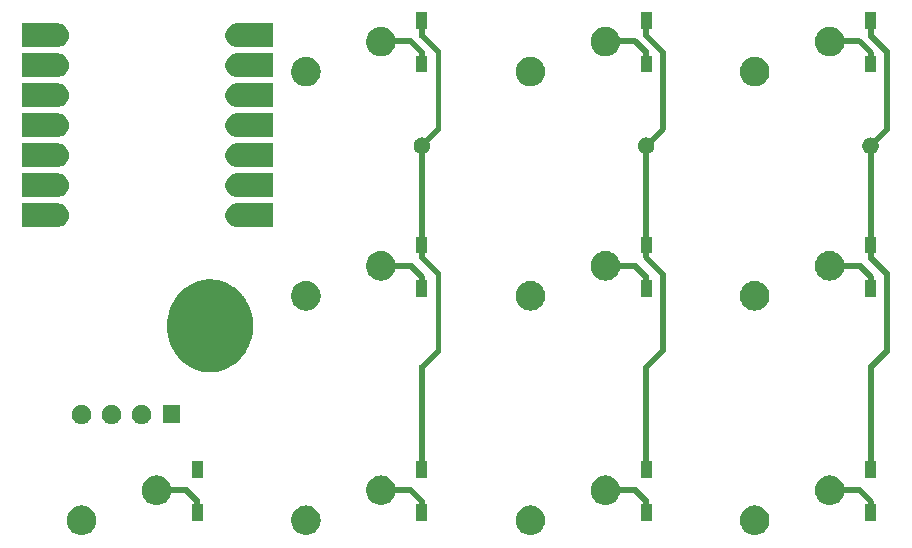
<source format=gbl>
G04 pcbflow Gerber RS-274X export*
G75*
%MOMM*%
%FSLAX34Y34*%
%LPD*%
%INBottom Copper*%
%IPPOS*%
%AMOC8*
5,1,8,0,0,1.08239X$1,22.5*%
G01*
%ADD10C,0.010000*%
%TF.FileFunction,Copper,L2,Bot*%G36*
X0063717Y0130898D02*
X0064777Y0130128D01*
X0065751Y0129251D01*
X0066628Y0128277D01*
X0067398Y0127217D01*
X0068053Y0126083D01*
X0068586Y0124886D01*
X0068991Y0123640D01*
X0069263Y0122358D01*
X0069400Y0121055D01*
X0069400Y0119745D01*
X0069263Y0118442D01*
X0068991Y0117160D01*
X0068586Y0115914D01*
X0068053Y0114717D01*
X0067398Y0113583D01*
X0066628Y0112523D01*
X0065751Y0111549D01*
X0064777Y0110672D01*
X0063717Y0109902D01*
X0062583Y0109247D01*
X0061386Y0108714D01*
X0060140Y0108309D01*
X0058858Y0108037D01*
X0057555Y0107900D01*
X0056245Y0107900D01*
X0054942Y0108037D01*
X0053660Y0108309D01*
X0052414Y0108714D01*
X0051217Y0109247D01*
X0050083Y0109902D01*
X0049023Y0110672D01*
X0048049Y0111549D01*
X0047172Y0112523D01*
X0046402Y0113583D01*
X0045747Y0114717D01*
X0045214Y0115914D01*
X0044809Y0117160D01*
X0044537Y0118442D01*
X0044400Y0119745D01*
X0044400Y0121055D01*
X0044537Y0122358D01*
X0044809Y0123640D01*
X0045214Y0124886D01*
X0045747Y0126083D01*
X0046402Y0127217D01*
X0047172Y0128277D01*
X0048049Y0129251D01*
X0049023Y0130128D01*
X0050083Y0130898D01*
X0051217Y0131553D01*
X0052414Y0132086D01*
X0053660Y0132491D01*
X0054942Y0132763D01*
X0056245Y0132900D01*
X0056900Y0132900D01*
X0057555Y0132900D01*
X0058858Y0132763D01*
X0060140Y0132491D01*
X0061386Y0132086D01*
X0062583Y0131553D01*
X0063717Y0130898D01*
G37*

G36*
X0152500Y0135714D02*
X0144914Y0143300D01*
X0132648Y0143300D01*
X0132491Y0142560D01*
X0132086Y0141314D01*
X0131553Y0140117D01*
X0130898Y0138983D01*
X0130128Y0137923D01*
X0129251Y0136949D01*
X0128277Y0136072D01*
X0127217Y0135302D01*
X0126083Y0134647D01*
X0124886Y0134114D01*
X0123640Y0133709D01*
X0122358Y0133437D01*
X0121055Y0133300D01*
X0119745Y0133300D01*
X0118442Y0133437D01*
X0117160Y0133709D01*
X0115914Y0134114D01*
X0114717Y0134647D01*
X0113583Y0135302D01*
X0112523Y0136072D01*
X0111549Y0136949D01*
X0110672Y0137923D01*
X0109902Y0138983D01*
X0109247Y0140117D01*
X0108714Y0141314D01*
X0108309Y0142560D01*
X0108037Y0143842D01*
X0107900Y0145145D01*
X0107900Y0146455D01*
X0108037Y0147758D01*
X0108309Y0149040D01*
X0108714Y0150286D01*
X0109247Y0151483D01*
X0109902Y0152617D01*
X0110672Y0153677D01*
X0111549Y0154651D01*
X0112523Y0155528D01*
X0113583Y0156298D01*
X0114717Y0156953D01*
X0115914Y0157486D01*
X0117160Y0157891D01*
X0118442Y0158163D01*
X0119745Y0158300D01*
X0120400Y0158300D01*
X0121055Y0158300D01*
X0122358Y0158163D01*
X0123640Y0157891D01*
X0124886Y0157486D01*
X0126083Y0156953D01*
X0127217Y0156298D01*
X0128277Y0155528D01*
X0129251Y0154651D01*
X0130128Y0153677D01*
X0130898Y0152617D01*
X0131553Y0151483D01*
X0132086Y0150286D01*
X0132491Y0149040D01*
X0132648Y0148300D01*
X0145950Y0148300D01*
X0146195Y0148288D01*
X0146438Y0148252D01*
X0146676Y0148192D01*
X0146907Y0148110D01*
X0147128Y0148005D01*
X0147339Y0147879D01*
X0147536Y0147733D01*
X0147718Y0147568D01*
X0156768Y0138518D01*
X0156933Y0138336D01*
X0157079Y0138139D01*
X0157205Y0137928D01*
X0157310Y0137707D01*
X0157392Y0137476D01*
X0157452Y0137238D01*
X0157488Y0136995D01*
X0157500Y0136750D01*
X0157500Y0133750D01*
X0159750Y0133750D01*
X0159750Y0119750D01*
X0150250Y0119750D01*
X0150250Y0133750D01*
X0152500Y0133750D01*
X0152500Y0135714D01*
G37*

G36*
X0150250Y0156250D02*
X0150250Y0170250D01*
X0159750Y0170250D01*
X0159750Y0156250D01*
X0150250Y0156250D01*
G37*

G36*
X0100771Y0214499D02*
X0101280Y0215199D01*
X0101858Y0215842D01*
X0102501Y0216420D01*
X0103201Y0216929D01*
X0103949Y0217361D01*
X0104739Y0217713D01*
X0105562Y0217980D01*
X0106408Y0218160D01*
X0107268Y0218250D01*
X0108132Y0218250D01*
X0108992Y0218160D01*
X0109838Y0217980D01*
X0110661Y0217713D01*
X0111451Y0217361D01*
X0112199Y0216929D01*
X0112899Y0216420D01*
X0113542Y0215842D01*
X0114120Y0215199D01*
X0114629Y0214499D01*
X0115061Y0213751D01*
X0115413Y0212961D01*
X0115680Y0212138D01*
X0115860Y0211292D01*
X0115950Y0210432D01*
X0115950Y0209568D01*
X0115860Y0208708D01*
X0115680Y0207862D01*
X0115413Y0207039D01*
X0115061Y0206249D01*
X0114629Y0205501D01*
X0114120Y0204801D01*
X0113542Y0204158D01*
X0112899Y0203580D01*
X0112199Y0203071D01*
X0111451Y0202639D01*
X0110661Y0202287D01*
X0109838Y0202020D01*
X0108992Y0201840D01*
X0108132Y0201750D01*
X0107268Y0201750D01*
X0106408Y0201840D01*
X0105562Y0202020D01*
X0104739Y0202287D01*
X0103949Y0202639D01*
X0103201Y0203071D01*
X0102501Y0203580D01*
X0101858Y0204158D01*
X0101280Y0204801D01*
X0100771Y0205501D01*
X0100339Y0206249D01*
X0099987Y0207039D01*
X0099720Y0207862D01*
X0099540Y0208708D01*
X0099450Y0209568D01*
X0099450Y0210000D01*
X0099450Y0210432D01*
X0099540Y0211292D01*
X0099720Y0212138D01*
X0099987Y0212961D01*
X0100339Y0213751D01*
X0100771Y0214499D01*
G37*

G36*
X0075880Y0215199D02*
X0076458Y0215842D01*
X0077101Y0216420D01*
X0077801Y0216929D01*
X0078549Y0217361D01*
X0079339Y0217713D01*
X0080162Y0217980D01*
X0081008Y0218160D01*
X0081868Y0218250D01*
X0082732Y0218250D01*
X0083592Y0218160D01*
X0084438Y0217980D01*
X0085261Y0217713D01*
X0086051Y0217361D01*
X0086799Y0216929D01*
X0087499Y0216420D01*
X0088142Y0215842D01*
X0088720Y0215199D01*
X0089229Y0214499D01*
X0089661Y0213751D01*
X0090013Y0212961D01*
X0090280Y0212138D01*
X0090460Y0211292D01*
X0090550Y0210432D01*
X0090550Y0209568D01*
X0090460Y0208708D01*
X0090280Y0207862D01*
X0090013Y0207039D01*
X0089661Y0206249D01*
X0089229Y0205501D01*
X0088720Y0204801D01*
X0088142Y0204158D01*
X0087499Y0203580D01*
X0086799Y0203071D01*
X0086051Y0202639D01*
X0085261Y0202287D01*
X0084438Y0202020D01*
X0083592Y0201840D01*
X0082732Y0201750D01*
X0081868Y0201750D01*
X0081008Y0201840D01*
X0080162Y0202020D01*
X0079339Y0202287D01*
X0078549Y0202639D01*
X0077801Y0203071D01*
X0077101Y0203580D01*
X0076458Y0204158D01*
X0075880Y0204801D01*
X0075371Y0205501D01*
X0074939Y0206249D01*
X0074587Y0207039D01*
X0074320Y0207862D01*
X0074140Y0208708D01*
X0074050Y0209568D01*
X0074050Y0210000D01*
X0074050Y0210432D01*
X0074140Y0211292D01*
X0074320Y0212138D01*
X0074587Y0212961D01*
X0074939Y0213751D01*
X0075371Y0214499D01*
X0075880Y0215199D01*
G37*

G36*
X0050480Y0215199D02*
X0051058Y0215842D01*
X0051701Y0216420D01*
X0052401Y0216929D01*
X0053149Y0217361D01*
X0053939Y0217713D01*
X0054762Y0217980D01*
X0055608Y0218160D01*
X0056468Y0218250D01*
X0057332Y0218250D01*
X0058192Y0218160D01*
X0059038Y0217980D01*
X0059861Y0217713D01*
X0060651Y0217361D01*
X0061399Y0216929D01*
X0062099Y0216420D01*
X0062742Y0215842D01*
X0063320Y0215199D01*
X0063829Y0214499D01*
X0064261Y0213751D01*
X0064613Y0212961D01*
X0064880Y0212138D01*
X0065060Y0211292D01*
X0065150Y0210432D01*
X0065150Y0209568D01*
X0065060Y0208708D01*
X0064880Y0207862D01*
X0064613Y0207039D01*
X0064261Y0206249D01*
X0063829Y0205501D01*
X0063320Y0204801D01*
X0062742Y0204158D01*
X0062099Y0203580D01*
X0061399Y0203071D01*
X0061025Y0202855D01*
X0060651Y0202639D01*
X0059861Y0202287D01*
X0059038Y0202020D01*
X0058192Y0201840D01*
X0057332Y0201750D01*
X0056468Y0201750D01*
X0055608Y0201840D01*
X0054762Y0202020D01*
X0053939Y0202287D01*
X0053149Y0202639D01*
X0052401Y0203071D01*
X0051701Y0203580D01*
X0051058Y0204158D01*
X0050480Y0204801D01*
X0049971Y0205501D01*
X0049539Y0206249D01*
X0049187Y0207039D01*
X0048920Y0207862D01*
X0048740Y0208708D01*
X0048650Y0209568D01*
X0048650Y0210000D01*
X0048650Y0210432D01*
X0048740Y0211292D01*
X0048920Y0212138D01*
X0049187Y0212961D01*
X0049539Y0213751D01*
X0049971Y0214499D01*
X0050480Y0215199D01*
G37*

G36*
X0125600Y0217500D02*
X0140600Y0217500D01*
X0140600Y0202500D01*
X0125600Y0202500D01*
X0125600Y0210000D01*
X0125600Y0217500D01*
G37*

G36*
X0155390Y0247390D02*
X0154196Y0247391D01*
X0154190Y0247790D01*
X0152996Y0247791D01*
X0152990Y0248190D01*
X0151796Y0248191D01*
X0151790Y0248590D01*
X0151391Y0248595D01*
X0151390Y0248990D01*
X0150196Y0248991D01*
X0150190Y0249390D01*
X0149791Y0249395D01*
X0149790Y0249790D01*
X0148997Y0249790D01*
X0148990Y0250190D01*
X0148193Y0250193D01*
X0148190Y0250590D01*
X0147394Y0250592D01*
X0147390Y0250990D01*
X0146991Y0250995D01*
X0146990Y0251390D01*
X0146196Y0251391D01*
X0146190Y0251790D01*
X0145791Y0251795D01*
X0145790Y0252190D01*
X0144994Y0252192D01*
X0144990Y0252590D01*
X0144595Y0252591D01*
X0144590Y0252990D01*
X0144192Y0252994D01*
X0144190Y0253390D01*
X0143792Y0253394D01*
X0143790Y0253790D01*
X0142993Y0253793D01*
X0142990Y0254190D01*
X0142594Y0254192D01*
X0142590Y0254590D01*
X0142195Y0254591D01*
X0142190Y0254990D01*
X0141792Y0254994D01*
X0141790Y0255390D01*
X0141394Y0255392D01*
X0141390Y0255790D01*
X0140991Y0255795D01*
X0140990Y0256190D01*
X0140595Y0256191D01*
X0140590Y0256590D01*
X0140192Y0256594D01*
X0140190Y0256990D01*
X0139794Y0256992D01*
X0139790Y0257390D01*
X0139391Y0257395D01*
X0139390Y0257790D01*
X0138992Y0257794D01*
X0138990Y0258590D01*
X0138594Y0258592D01*
X0138590Y0258990D01*
X0138194Y0258992D01*
X0138190Y0259390D01*
X0137795Y0259391D01*
X0137790Y0259790D01*
X0137391Y0259795D01*
X0137390Y0260590D01*
X0136994Y0260592D01*
X0136990Y0260990D01*
X0136595Y0260991D01*
X0136590Y0261390D01*
X0136192Y0261394D01*
X0136190Y0262190D01*
X0135790Y0262197D01*
X0135790Y0262990D01*
X0135395Y0262991D01*
X0135390Y0263390D01*
X0134992Y0263394D01*
X0134990Y0264190D01*
X0134590Y0264197D01*
X0134590Y0264990D01*
X0134195Y0264991D01*
X0134190Y0265390D01*
X0133792Y0265394D01*
X0133790Y0266190D01*
X0133390Y0266197D01*
X0133390Y0266990D01*
X0132991Y0266996D01*
X0132990Y0268190D01*
X0132593Y0268193D01*
X0132590Y0268990D01*
X0132191Y0268996D01*
X0132190Y0270190D01*
X0131793Y0270193D01*
X0131790Y0270990D01*
X0131391Y0270996D01*
X0131390Y0272590D01*
X0130993Y0272593D01*
X0130990Y0273390D01*
X0130591Y0273395D01*
X0130590Y0274990D01*
X0130190Y0274998D01*
X0130190Y0276990D01*
X0129791Y0276996D01*
X0129790Y0278990D01*
X0129390Y0278999D01*
X0129390Y0290602D01*
X0129790Y0290610D01*
X0129790Y0292602D01*
X0130190Y0292610D01*
X0130191Y0294205D01*
X0130590Y0294210D01*
X0130590Y0294590D01*
X0130191Y0294595D01*
X0130190Y0295002D01*
X0130590Y0295010D01*
X0130590Y0296202D01*
X0130990Y0296210D01*
X0130991Y0297005D01*
X0131390Y0297010D01*
X0131390Y0298602D01*
X0131790Y0298610D01*
X0131792Y0299806D01*
X0132190Y0299810D01*
X0132190Y0301003D01*
X0132590Y0301010D01*
X0132595Y0301409D01*
X0132990Y0301410D01*
X0132990Y0302603D01*
X0133390Y0302610D01*
X0133390Y0303403D01*
X0133790Y0303410D01*
X0133792Y0304206D01*
X0134190Y0304210D01*
X0134192Y0305006D01*
X0134590Y0305010D01*
X0134595Y0305409D01*
X0134990Y0305410D01*
X0134991Y0306605D01*
X0135390Y0306610D01*
X0135395Y0307009D01*
X0135790Y0307010D01*
X0135794Y0307408D01*
X0136190Y0307410D01*
X0136191Y0308205D01*
X0136590Y0308210D01*
X0136595Y0308609D01*
X0136990Y0308610D01*
X0136993Y0309407D01*
X0137390Y0309410D01*
X0137391Y0309805D01*
X0137790Y0309810D01*
X0137794Y0310208D01*
X0138190Y0310210D01*
X0138192Y0311006D01*
X0138990Y0311010D01*
X0138992Y0311806D01*
X0139390Y0311810D01*
X0139392Y0312206D01*
X0139790Y0312210D01*
X0139795Y0312609D01*
X0140190Y0312610D01*
X0140191Y0313005D01*
X0140590Y0313010D01*
X0140594Y0313408D01*
X0140990Y0313410D01*
X0140992Y0313806D01*
X0141390Y0313810D01*
X0141395Y0314209D01*
X0141790Y0314210D01*
X0141792Y0314606D01*
X0142190Y0314610D01*
X0142192Y0315006D01*
X0142590Y0315010D01*
X0142595Y0315409D01*
X0142990Y0315410D01*
X0142994Y0315808D01*
X0143790Y0315810D01*
X0143790Y0316603D01*
X0144190Y0316610D01*
X0144194Y0317008D01*
X0144990Y0317010D01*
X0144991Y0317405D01*
X0145390Y0317410D01*
X0145394Y0317808D01*
X0146190Y0317810D01*
X0146197Y0318210D01*
X0146990Y0318210D01*
X0146991Y0318605D01*
X0147390Y0318610D01*
X0147393Y0319007D01*
X0148190Y0319010D01*
X0148191Y0319405D01*
X0148590Y0319410D01*
X0148594Y0319808D01*
X0149390Y0319810D01*
X0149393Y0320207D01*
X0150190Y0320210D01*
X0150197Y0320610D01*
X0150990Y0320610D01*
X0150996Y0321009D01*
X0151790Y0321010D01*
X0151796Y0321409D01*
X0152590Y0321410D01*
X0152596Y0321809D01*
X0154190Y0321810D01*
X0154191Y0322205D01*
X0154590Y0322210D01*
X0154596Y0322609D01*
X0156590Y0322610D01*
X0156595Y0323009D01*
X0157790Y0323010D01*
X0157798Y0323410D01*
X0158990Y0323410D01*
X0158998Y0323810D01*
X0162590Y0323810D01*
X0162600Y0324210D01*
X0168600Y0324210D01*
X0168610Y0323810D01*
X0172602Y0323810D01*
X0172610Y0323410D01*
X0173802Y0323410D01*
X0173810Y0323010D01*
X0175005Y0323009D01*
X0175010Y0322610D01*
X0176604Y0322609D01*
X0176610Y0322210D01*
X0177407Y0322207D01*
X0177410Y0321810D01*
X0179004Y0321809D01*
X0179010Y0321410D01*
X0179804Y0321409D01*
X0179810Y0321010D01*
X0180604Y0321009D01*
X0180610Y0320610D01*
X0181403Y0320610D01*
X0181410Y0320210D01*
X0182207Y0320207D01*
X0182210Y0319810D01*
X0183006Y0319808D01*
X0183010Y0319410D01*
X0183409Y0319405D01*
X0183410Y0319010D01*
X0184207Y0319007D01*
X0184210Y0318610D01*
X0184609Y0318605D01*
X0184610Y0318210D01*
X0185403Y0318210D01*
X0185410Y0317810D01*
X0186206Y0317808D01*
X0186210Y0317410D01*
X0186605Y0317409D01*
X0186610Y0317010D01*
X0187008Y0317006D01*
X0187010Y0316610D01*
X0187408Y0316606D01*
X0187410Y0316210D01*
X0187808Y0316206D01*
X0187810Y0315810D01*
X0188606Y0315808D01*
X0188610Y0315410D01*
X0189005Y0315409D01*
X0189010Y0315010D01*
X0189408Y0315006D01*
X0189410Y0314610D01*
X0189806Y0314608D01*
X0189810Y0314210D01*
X0190205Y0314209D01*
X0190210Y0313810D01*
X0190608Y0313806D01*
X0190610Y0313410D01*
X0191006Y0313408D01*
X0191010Y0313010D01*
X0191409Y0313005D01*
X0191410Y0312610D01*
X0191805Y0312609D01*
X0191810Y0312210D01*
X0192208Y0312206D01*
X0192210Y0311810D01*
X0192607Y0311807D01*
X0192610Y0311010D01*
X0193006Y0311008D01*
X0193010Y0310610D01*
X0193405Y0310609D01*
X0193410Y0310210D01*
X0193808Y0310206D01*
X0193810Y0309810D01*
X0194208Y0309806D01*
X0194210Y0309410D01*
X0194607Y0309407D01*
X0194610Y0308610D01*
X0195005Y0308609D01*
X0195010Y0308210D01*
X0195408Y0308206D01*
X0195410Y0307410D01*
X0195810Y0307403D01*
X0195810Y0306610D01*
X0196205Y0306609D01*
X0196210Y0306210D01*
X0196608Y0306206D01*
X0196610Y0305410D01*
X0197010Y0305403D01*
X0197010Y0304610D01*
X0197405Y0304609D01*
X0197410Y0304210D01*
X0197808Y0304206D01*
X0197810Y0303410D01*
X0198210Y0303403D01*
X0198210Y0302610D01*
X0198609Y0302604D01*
X0198610Y0301410D01*
X0199007Y0301407D01*
X0199010Y0300610D01*
X0199409Y0300605D01*
X0199410Y0299410D01*
X0199810Y0299402D01*
X0199810Y0298210D01*
X0200210Y0298203D01*
X0200210Y0297010D01*
X0200607Y0297007D01*
X0200610Y0296210D01*
X0201010Y0296203D01*
X0201010Y0294210D01*
X0201410Y0294202D01*
X0201410Y0292610D01*
X0201810Y0292602D01*
X0201810Y0288610D01*
X0202210Y0288600D01*
X0202210Y0281400D01*
X0201810Y0281390D01*
X0201810Y0277398D01*
X0201410Y0277390D01*
X0201410Y0275798D01*
X0201010Y0275790D01*
X0201010Y0273799D01*
X0200610Y0273790D01*
X0200610Y0272597D01*
X0200210Y0272590D01*
X0200207Y0271793D01*
X0199810Y0271790D01*
X0199809Y0270196D01*
X0199410Y0270190D01*
X0199407Y0269393D01*
X0199010Y0269390D01*
X0199009Y0268196D01*
X0198610Y0268190D01*
X0198609Y0267396D01*
X0198210Y0267390D01*
X0198210Y0266597D01*
X0197810Y0266590D01*
X0197807Y0265793D01*
X0197410Y0265790D01*
X0197408Y0264994D01*
X0197010Y0264990D01*
X0197009Y0264195D01*
X0196610Y0264190D01*
X0196605Y0263791D01*
X0196210Y0263790D01*
X0196210Y0262997D01*
X0195810Y0262990D01*
X0195809Y0262195D01*
X0195410Y0262190D01*
X0195405Y0261791D01*
X0195010Y0261790D01*
X0195007Y0260993D01*
X0194610Y0260990D01*
X0194609Y0260595D01*
X0194210Y0260590D01*
X0194206Y0260192D01*
X0193810Y0260190D01*
X0193808Y0259394D01*
X0193410Y0259390D01*
X0193409Y0258995D01*
X0193010Y0258990D01*
X0193006Y0258592D01*
X0192610Y0258590D01*
X0192606Y0258192D01*
X0192210Y0258190D01*
X0192208Y0257394D01*
X0191810Y0257390D01*
X0191805Y0256991D01*
X0191410Y0256990D01*
X0191408Y0256594D01*
X0191010Y0256590D01*
X0191008Y0256194D01*
X0190610Y0256190D01*
X0190605Y0255791D01*
X0190210Y0255790D01*
X0190209Y0255395D01*
X0189810Y0255390D01*
X0189806Y0254992D01*
X0189410Y0254990D01*
X0189408Y0254594D01*
X0189010Y0254590D01*
X0189005Y0254191D01*
X0188610Y0254190D01*
X0188606Y0253792D01*
X0187810Y0253790D01*
X0187809Y0253395D01*
X0187410Y0253390D01*
X0187404Y0252991D01*
X0186610Y0252990D01*
X0186608Y0252594D01*
X0186210Y0252590D01*
X0186208Y0252194D01*
X0185810Y0252190D01*
X0185809Y0251795D01*
X0185410Y0251790D01*
X0185405Y0251391D01*
X0184610Y0251390D01*
X0184607Y0250993D01*
X0183810Y0250990D01*
X0183803Y0250590D01*
X0183010Y0250590D01*
X0183009Y0250195D01*
X0182610Y0250190D01*
X0182605Y0249791D01*
X0181810Y0249790D01*
X0181806Y0249392D01*
X0181010Y0249390D01*
X0181007Y0248993D01*
X0180210Y0248990D01*
X0180203Y0248590D01*
X0179410Y0248590D01*
X0179404Y0248191D01*
X0178210Y0248190D01*
X0178207Y0247793D01*
X0177410Y0247790D01*
X0177404Y0247391D01*
X0176210Y0247390D01*
X0176202Y0246990D01*
X0175010Y0246990D01*
X0175003Y0246590D01*
X0173410Y0246590D01*
X0173401Y0246190D01*
X0171010Y0246190D01*
X0171001Y0245790D01*
X0160600Y0245790D01*
X0160590Y0246190D01*
X0157798Y0246190D01*
X0157790Y0246590D01*
X0156598Y0246590D01*
X0156590Y0246990D01*
X0155395Y0246991D01*
X0155390Y0247390D01*
G37*

G36*
X0042602Y0386582D02*
X0043381Y0385881D01*
X0044082Y0385102D01*
X0044698Y0384254D01*
X0045222Y0383346D01*
X0045649Y0382389D01*
X0045973Y0381392D01*
X0046190Y0380366D01*
X0046300Y0379324D01*
X0046300Y0378276D01*
X0046190Y0377234D01*
X0045973Y0376208D01*
X0045649Y0375211D01*
X0045222Y0374254D01*
X0044698Y0373346D01*
X0044082Y0372498D01*
X0043381Y0371719D01*
X0042602Y0371018D01*
X0041754Y0370402D01*
X0040846Y0369878D01*
X0039889Y0369451D01*
X0038892Y0369127D01*
X0037866Y0368910D01*
X0036824Y0368800D01*
X0035776Y0368800D01*
X0035776Y0368800D01*
X0006300Y0368800D01*
X0006300Y0388800D01*
X0035776Y0388800D01*
X0036300Y0388800D01*
X0036300Y0388800D01*
X0036824Y0388800D01*
X0037866Y0388690D01*
X0038892Y0388473D01*
X0039889Y0388149D01*
X0040846Y0387722D01*
X0041754Y0387198D01*
X0042602Y0386582D01*
G37*

G36*
X0041754Y0412598D02*
X0042602Y0411982D01*
X0043381Y0411281D01*
X0044082Y0410502D01*
X0044698Y0409654D01*
X0045222Y0408746D01*
X0045649Y0407789D01*
X0045973Y0406792D01*
X0046190Y0405766D01*
X0046300Y0404724D01*
X0046300Y0403676D01*
X0046190Y0402634D01*
X0045973Y0401608D01*
X0045649Y0400611D01*
X0045222Y0399654D01*
X0044698Y0398746D01*
X0044082Y0397898D01*
X0043381Y0397119D01*
X0042602Y0396418D01*
X0041754Y0395802D01*
X0040846Y0395278D01*
X0039889Y0394851D01*
X0038892Y0394527D01*
X0037866Y0394310D01*
X0036824Y0394200D01*
X0035776Y0394200D01*
X0035776Y0394200D01*
X0006300Y0394200D01*
X0006300Y0414200D01*
X0035776Y0414200D01*
X0036300Y0414200D01*
X0036300Y0414200D01*
X0036824Y0414200D01*
X0037866Y0414090D01*
X0038892Y0413873D01*
X0039889Y0413549D01*
X0040846Y0413122D01*
X0041754Y0412598D01*
G37*

G36*
X0040846Y0438522D02*
X0041754Y0437998D01*
X0042602Y0437382D01*
X0043381Y0436681D01*
X0044082Y0435902D01*
X0044698Y0435054D01*
X0045222Y0434146D01*
X0045649Y0433189D01*
X0045973Y0432192D01*
X0046190Y0431166D01*
X0046300Y0430124D01*
X0046300Y0429076D01*
X0046190Y0428034D01*
X0045973Y0427008D01*
X0045649Y0426011D01*
X0045222Y0425054D01*
X0044698Y0424146D01*
X0044082Y0423298D01*
X0043381Y0422519D01*
X0042602Y0421818D01*
X0041754Y0421202D01*
X0040846Y0420678D01*
X0039889Y0420251D01*
X0038892Y0419927D01*
X0037866Y0419710D01*
X0036824Y0419600D01*
X0035776Y0419600D01*
X0035776Y0419600D01*
X0006300Y0419600D01*
X0006300Y0439600D01*
X0035776Y0439600D01*
X0036300Y0439600D01*
X0036300Y0439600D01*
X0036824Y0439600D01*
X0037866Y0439490D01*
X0038892Y0439273D01*
X0039889Y0438949D01*
X0040846Y0438522D01*
G37*

G36*
X0042602Y0462782D02*
X0043381Y0462081D01*
X0044082Y0461302D01*
X0044698Y0460454D01*
X0045222Y0459546D01*
X0045649Y0458589D01*
X0045973Y0457592D01*
X0046190Y0456566D01*
X0046300Y0455524D01*
X0046300Y0454476D01*
X0046190Y0453434D01*
X0045973Y0452408D01*
X0045649Y0451411D01*
X0045222Y0450454D01*
X0044698Y0449546D01*
X0044082Y0448698D01*
X0043381Y0447919D01*
X0042602Y0447218D01*
X0041754Y0446602D01*
X0040846Y0446078D01*
X0039889Y0445651D01*
X0038892Y0445327D01*
X0037866Y0445110D01*
X0036824Y0445000D01*
X0035776Y0445000D01*
X0035776Y0445000D01*
X0006300Y0445000D01*
X0006300Y0465000D01*
X0035776Y0465000D01*
X0036300Y0465000D01*
X0036300Y0465000D01*
X0036824Y0465000D01*
X0037866Y0464890D01*
X0038892Y0464673D01*
X0039889Y0464349D01*
X0040846Y0463922D01*
X0041754Y0463398D01*
X0042602Y0462782D01*
G37*

G36*
X0041754Y0488798D02*
X0042602Y0488182D01*
X0043381Y0487481D01*
X0044082Y0486702D01*
X0044698Y0485854D01*
X0045222Y0484946D01*
X0045649Y0483989D01*
X0045973Y0482992D01*
X0046190Y0481966D01*
X0046300Y0480924D01*
X0046300Y0479876D01*
X0046190Y0478834D01*
X0045973Y0477808D01*
X0045649Y0476811D01*
X0045222Y0475854D01*
X0044698Y0474946D01*
X0044082Y0474098D01*
X0043381Y0473319D01*
X0042602Y0472618D01*
X0041754Y0472002D01*
X0040846Y0471478D01*
X0039889Y0471051D01*
X0038892Y0470727D01*
X0037866Y0470510D01*
X0036824Y0470400D01*
X0035776Y0470400D01*
X0035776Y0470400D01*
X0006300Y0470400D01*
X0006300Y0490400D01*
X0035776Y0490400D01*
X0036300Y0490400D01*
X0036300Y0490400D01*
X0036824Y0490400D01*
X0037866Y0490290D01*
X0038892Y0490073D01*
X0039889Y0489749D01*
X0040846Y0489322D01*
X0041754Y0488798D01*
G37*

G36*
X0040846Y0514722D02*
X0041754Y0514198D01*
X0042602Y0513582D01*
X0043381Y0512881D01*
X0044082Y0512102D01*
X0044698Y0511254D01*
X0045222Y0510346D01*
X0045649Y0509389D01*
X0045973Y0508392D01*
X0046190Y0507366D01*
X0046300Y0506324D01*
X0046300Y0505276D01*
X0046190Y0504234D01*
X0045973Y0503208D01*
X0045649Y0502211D01*
X0045222Y0501254D01*
X0044698Y0500346D01*
X0044082Y0499498D01*
X0043381Y0498719D01*
X0042602Y0498018D01*
X0041754Y0497402D01*
X0040846Y0496878D01*
X0039889Y0496451D01*
X0038892Y0496127D01*
X0037866Y0495910D01*
X0036824Y0495800D01*
X0035776Y0495800D01*
X0035776Y0495800D01*
X0006300Y0495800D01*
X0006300Y0515800D01*
X0035776Y0515800D01*
X0036300Y0515800D01*
X0036300Y0515800D01*
X0036824Y0515800D01*
X0037866Y0515690D01*
X0038892Y0515473D01*
X0039889Y0515149D01*
X0040846Y0514722D01*
G37*

G36*
X0042602Y0538982D02*
X0043381Y0538281D01*
X0044082Y0537502D01*
X0044698Y0536654D01*
X0045222Y0535746D01*
X0045649Y0534789D01*
X0045973Y0533792D01*
X0046190Y0532766D01*
X0046300Y0531724D01*
X0046300Y0530676D01*
X0046190Y0529634D01*
X0045973Y0528608D01*
X0045649Y0527611D01*
X0045222Y0526654D01*
X0044698Y0525746D01*
X0044082Y0524898D01*
X0043381Y0524119D01*
X0042602Y0523418D01*
X0041754Y0522802D01*
X0040846Y0522278D01*
X0039889Y0521851D01*
X0038892Y0521527D01*
X0037866Y0521310D01*
X0036824Y0521200D01*
X0035776Y0521200D01*
X0035776Y0521200D01*
X0006300Y0521200D01*
X0006300Y0541200D01*
X0035776Y0541200D01*
X0036300Y0541200D01*
X0036300Y0541200D01*
X0036824Y0541200D01*
X0037866Y0541090D01*
X0038892Y0540873D01*
X0039889Y0540549D01*
X0040846Y0540122D01*
X0041754Y0539598D01*
X0042602Y0538982D01*
G37*

G36*
X0254777Y0130128D02*
X0255751Y0129251D01*
X0256628Y0128277D01*
X0257398Y0127217D01*
X0258053Y0126083D01*
X0258586Y0124886D01*
X0258991Y0123640D01*
X0259263Y0122358D01*
X0259400Y0121055D01*
X0259400Y0119745D01*
X0259263Y0118442D01*
X0258991Y0117160D01*
X0258586Y0115914D01*
X0258053Y0114717D01*
X0257398Y0113583D01*
X0256628Y0112523D01*
X0255751Y0111549D01*
X0254777Y0110672D01*
X0253717Y0109902D01*
X0252583Y0109247D01*
X0251386Y0108714D01*
X0250140Y0108309D01*
X0248858Y0108037D01*
X0247555Y0107900D01*
X0246245Y0107900D01*
X0244942Y0108037D01*
X0243660Y0108309D01*
X0242414Y0108714D01*
X0241217Y0109247D01*
X0240083Y0109902D01*
X0239023Y0110672D01*
X0238049Y0111549D01*
X0237172Y0112523D01*
X0236402Y0113583D01*
X0235747Y0114717D01*
X0235214Y0115914D01*
X0234809Y0117160D01*
X0234537Y0118442D01*
X0234400Y0119745D01*
X0234400Y0121055D01*
X0234537Y0122358D01*
X0234809Y0123640D01*
X0235214Y0124886D01*
X0235747Y0126083D01*
X0236402Y0127217D01*
X0237172Y0128277D01*
X0238049Y0129251D01*
X0239023Y0130128D01*
X0240083Y0130898D01*
X0241217Y0131553D01*
X0242414Y0132086D01*
X0243660Y0132491D01*
X0244942Y0132763D01*
X0246245Y0132900D01*
X0246900Y0132900D01*
X0247555Y0132900D01*
X0248858Y0132763D01*
X0250140Y0132491D01*
X0251386Y0132086D01*
X0252583Y0131553D01*
X0253717Y0130898D01*
X0254777Y0130128D01*
G37*

G36*
X0336907Y0148110D02*
X0337128Y0148005D01*
X0337339Y0147879D01*
X0337536Y0147733D01*
X0337718Y0147568D01*
X0346768Y0138518D01*
X0346933Y0138336D01*
X0347079Y0138139D01*
X0347205Y0137928D01*
X0347310Y0137707D01*
X0347392Y0137476D01*
X0347452Y0137238D01*
X0347488Y0136995D01*
X0347500Y0136750D01*
X0347500Y0133750D01*
X0349750Y0133750D01*
X0349750Y0119750D01*
X0340250Y0119750D01*
X0340250Y0133750D01*
X0342500Y0133750D01*
X0342500Y0135714D01*
X0334914Y0143300D01*
X0322648Y0143300D01*
X0322491Y0142560D01*
X0322086Y0141314D01*
X0321553Y0140117D01*
X0320898Y0138983D01*
X0320128Y0137923D01*
X0319251Y0136949D01*
X0318277Y0136072D01*
X0317217Y0135302D01*
X0316083Y0134647D01*
X0314886Y0134114D01*
X0313640Y0133709D01*
X0312358Y0133437D01*
X0311055Y0133300D01*
X0309745Y0133300D01*
X0308442Y0133437D01*
X0307160Y0133709D01*
X0305914Y0134114D01*
X0304717Y0134647D01*
X0303583Y0135302D01*
X0302523Y0136072D01*
X0301549Y0136949D01*
X0300672Y0137923D01*
X0299902Y0138983D01*
X0299247Y0140117D01*
X0298714Y0141314D01*
X0298309Y0142560D01*
X0298037Y0143842D01*
X0297900Y0145145D01*
X0297900Y0146455D01*
X0298037Y0147758D01*
X0298309Y0149040D01*
X0298714Y0150286D01*
X0299247Y0151483D01*
X0299902Y0152617D01*
X0300672Y0153677D01*
X0301549Y0154651D01*
X0302523Y0155528D01*
X0303583Y0156298D01*
X0304717Y0156953D01*
X0305914Y0157486D01*
X0307160Y0157891D01*
X0308442Y0158163D01*
X0309745Y0158300D01*
X0310400Y0158300D01*
X0311055Y0158300D01*
X0312358Y0158163D01*
X0313640Y0157891D01*
X0314886Y0157486D01*
X0316083Y0156953D01*
X0317217Y0156298D01*
X0318277Y0155528D01*
X0319251Y0154651D01*
X0320128Y0153677D01*
X0320898Y0152617D01*
X0321553Y0151483D01*
X0322086Y0150286D01*
X0322491Y0149040D01*
X0322648Y0148300D01*
X0335950Y0148300D01*
X0336195Y0148288D01*
X0336438Y0148252D01*
X0336676Y0148192D01*
X0336907Y0148110D01*
G37*

G36*
X0254777Y0320128D02*
X0255751Y0319251D01*
X0256628Y0318277D01*
X0257398Y0317217D01*
X0258053Y0316083D01*
X0258586Y0314886D01*
X0258991Y0313640D01*
X0259263Y0312358D01*
X0259400Y0311055D01*
X0259400Y0309745D01*
X0259263Y0308442D01*
X0258991Y0307160D01*
X0258586Y0305914D01*
X0258053Y0304717D01*
X0257398Y0303583D01*
X0256628Y0302523D01*
X0255751Y0301549D01*
X0254777Y0300672D01*
X0253717Y0299902D01*
X0252583Y0299247D01*
X0251386Y0298714D01*
X0250140Y0298309D01*
X0248858Y0298037D01*
X0247555Y0297900D01*
X0246245Y0297900D01*
X0244942Y0298037D01*
X0243660Y0298309D01*
X0242414Y0298714D01*
X0241217Y0299247D01*
X0240083Y0299902D01*
X0239023Y0300672D01*
X0238049Y0301549D01*
X0237172Y0302523D01*
X0236402Y0303583D01*
X0235747Y0304717D01*
X0235214Y0305914D01*
X0234809Y0307160D01*
X0234537Y0308442D01*
X0234400Y0309745D01*
X0234400Y0311055D01*
X0234537Y0312358D01*
X0234809Y0313640D01*
X0235214Y0314886D01*
X0235747Y0316083D01*
X0236402Y0317217D01*
X0237172Y0318277D01*
X0238049Y0319251D01*
X0239023Y0320128D01*
X0240083Y0320898D01*
X0241217Y0321553D01*
X0242414Y0322086D01*
X0243660Y0322491D01*
X0244942Y0322763D01*
X0246245Y0322900D01*
X0246900Y0322900D01*
X0247555Y0322900D01*
X0248858Y0322763D01*
X0250140Y0322491D01*
X0251386Y0322086D01*
X0252583Y0321553D01*
X0253717Y0320898D01*
X0254777Y0320128D01*
G37*

G36*
X0336676Y0338192D02*
X0336907Y0338110D01*
X0337128Y0338005D01*
X0337339Y0337879D01*
X0337536Y0337733D01*
X0337718Y0337568D01*
X0346768Y0328518D01*
X0346933Y0328336D01*
X0347079Y0328139D01*
X0347205Y0327928D01*
X0347310Y0327707D01*
X0347392Y0327476D01*
X0347452Y0327238D01*
X0347488Y0326995D01*
X0347500Y0326750D01*
X0347500Y0323750D01*
X0349750Y0323750D01*
X0349750Y0309750D01*
X0340250Y0309750D01*
X0340250Y0323750D01*
X0342500Y0323750D01*
X0342500Y0325714D01*
X0334914Y0333300D01*
X0322648Y0333300D01*
X0322491Y0332560D01*
X0322086Y0331314D01*
X0321553Y0330117D01*
X0320898Y0328983D01*
X0320128Y0327923D01*
X0319251Y0326949D01*
X0318277Y0326072D01*
X0317217Y0325302D01*
X0316083Y0324647D01*
X0314886Y0324114D01*
X0313640Y0323709D01*
X0312358Y0323437D01*
X0311055Y0323300D01*
X0309745Y0323300D01*
X0308442Y0323437D01*
X0307160Y0323709D01*
X0305914Y0324114D01*
X0304717Y0324647D01*
X0303583Y0325302D01*
X0302523Y0326072D01*
X0301549Y0326949D01*
X0300672Y0327923D01*
X0299902Y0328983D01*
X0299247Y0330117D01*
X0298714Y0331314D01*
X0298309Y0332560D01*
X0298037Y0333842D01*
X0297900Y0335145D01*
X0297900Y0336455D01*
X0298037Y0337758D01*
X0298309Y0339040D01*
X0298714Y0340286D01*
X0299247Y0341483D01*
X0299902Y0342617D01*
X0300672Y0343677D01*
X0301549Y0344651D01*
X0302523Y0345528D01*
X0303583Y0346298D01*
X0304717Y0346953D01*
X0305914Y0347486D01*
X0307160Y0347891D01*
X0308442Y0348163D01*
X0309745Y0348300D01*
X0310400Y0348300D01*
X0311055Y0348300D01*
X0312358Y0348163D01*
X0313640Y0347891D01*
X0314886Y0347486D01*
X0316083Y0346953D01*
X0317217Y0346298D01*
X0318277Y0345528D01*
X0319251Y0344651D01*
X0320128Y0343677D01*
X0320898Y0342617D01*
X0321553Y0341483D01*
X0322086Y0340286D01*
X0322491Y0339040D01*
X0322648Y0338300D01*
X0335950Y0338300D01*
X0336195Y0338288D01*
X0336438Y0338252D01*
X0336676Y0338192D01*
G37*

G36*
X0183246Y0370402D02*
X0182398Y0371018D01*
X0181619Y0371719D01*
X0180918Y0372498D01*
X0180302Y0373346D01*
X0179778Y0374254D01*
X0179351Y0375211D01*
X0179027Y0376208D01*
X0178810Y0377234D01*
X0178700Y0378276D01*
X0178700Y0379324D01*
X0178810Y0380366D01*
X0179027Y0381392D01*
X0179351Y0382389D01*
X0179778Y0383346D01*
X0180302Y0384254D01*
X0180918Y0385102D01*
X0181619Y0385881D01*
X0182398Y0386582D01*
X0183246Y0387198D01*
X0184154Y0387722D01*
X0185111Y0388149D01*
X0186108Y0388473D01*
X0187134Y0388690D01*
X0188176Y0388800D01*
X0188700Y0388800D01*
X0218700Y0388800D01*
X0218700Y0368800D01*
X0189224Y0368800D01*
X0189224Y0368800D01*
X0188176Y0368800D01*
X0187134Y0368910D01*
X0186108Y0369127D01*
X0185111Y0369451D01*
X0184154Y0369878D01*
X0183246Y0370402D01*
G37*

G36*
X0184154Y0395278D02*
X0183246Y0395802D01*
X0182398Y0396418D01*
X0181619Y0397119D01*
X0180918Y0397898D01*
X0180302Y0398746D01*
X0179778Y0399654D01*
X0179351Y0400611D01*
X0179027Y0401608D01*
X0178810Y0402634D01*
X0178700Y0403676D01*
X0178700Y0404724D01*
X0178810Y0405766D01*
X0179027Y0406792D01*
X0179351Y0407789D01*
X0179778Y0408746D01*
X0180302Y0409654D01*
X0180918Y0410502D01*
X0181619Y0411281D01*
X0182398Y0411982D01*
X0183246Y0412598D01*
X0184154Y0413122D01*
X0185111Y0413549D01*
X0186108Y0413873D01*
X0187134Y0414090D01*
X0188176Y0414200D01*
X0188700Y0414200D01*
X0218700Y0414200D01*
X0218700Y0394200D01*
X0189224Y0394200D01*
X0189224Y0394200D01*
X0188176Y0394200D01*
X0187134Y0394310D01*
X0186108Y0394527D01*
X0185111Y0394851D01*
X0184154Y0395278D01*
G37*

G36*
X0187134Y0419710D02*
X0186108Y0419927D01*
X0185111Y0420251D01*
X0184154Y0420678D01*
X0183246Y0421202D01*
X0182398Y0421818D01*
X0181619Y0422519D01*
X0180918Y0423298D01*
X0180302Y0424146D01*
X0179778Y0425054D01*
X0179351Y0426011D01*
X0179027Y0427008D01*
X0178810Y0428034D01*
X0178700Y0429076D01*
X0178700Y0430124D01*
X0178810Y0431166D01*
X0179027Y0432192D01*
X0179351Y0433189D01*
X0179778Y0434146D01*
X0180302Y0435054D01*
X0180918Y0435902D01*
X0181619Y0436681D01*
X0182398Y0437382D01*
X0183246Y0437998D01*
X0184154Y0438522D01*
X0185111Y0438949D01*
X0186108Y0439273D01*
X0187134Y0439490D01*
X0188176Y0439600D01*
X0188700Y0439600D01*
X0218700Y0439600D01*
X0218700Y0419600D01*
X0189224Y0419600D01*
X0189224Y0419600D01*
X0188176Y0419600D01*
X0187134Y0419710D01*
G37*

G36*
X0183246Y0446602D02*
X0182398Y0447218D01*
X0181619Y0447919D01*
X0180918Y0448698D01*
X0180302Y0449546D01*
X0179778Y0450454D01*
X0179351Y0451411D01*
X0179027Y0452408D01*
X0178810Y0453434D01*
X0178700Y0454476D01*
X0178700Y0455524D01*
X0178810Y0456566D01*
X0179027Y0457592D01*
X0179351Y0458589D01*
X0179778Y0459546D01*
X0180302Y0460454D01*
X0180918Y0461302D01*
X0181619Y0462081D01*
X0182398Y0462782D01*
X0183246Y0463398D01*
X0184154Y0463922D01*
X0185111Y0464349D01*
X0186108Y0464673D01*
X0187134Y0464890D01*
X0188176Y0465000D01*
X0188700Y0465000D01*
X0218700Y0465000D01*
X0218700Y0445000D01*
X0189224Y0445000D01*
X0189224Y0445000D01*
X0188176Y0445000D01*
X0187134Y0445110D01*
X0186108Y0445327D01*
X0185111Y0445651D01*
X0184154Y0446078D01*
X0183246Y0446602D01*
G37*

G36*
X0184154Y0471478D02*
X0183246Y0472002D01*
X0182398Y0472618D01*
X0181619Y0473319D01*
X0180918Y0474098D01*
X0180302Y0474946D01*
X0179778Y0475854D01*
X0179351Y0476811D01*
X0179027Y0477808D01*
X0178810Y0478834D01*
X0178700Y0479876D01*
X0178700Y0480924D01*
X0178810Y0481966D01*
X0179027Y0482992D01*
X0179351Y0483989D01*
X0179778Y0484946D01*
X0180302Y0485854D01*
X0180918Y0486702D01*
X0181619Y0487481D01*
X0182398Y0488182D01*
X0183246Y0488798D01*
X0184154Y0489322D01*
X0185111Y0489749D01*
X0186108Y0490073D01*
X0187134Y0490290D01*
X0188176Y0490400D01*
X0188700Y0490400D01*
X0218700Y0490400D01*
X0218700Y0470400D01*
X0189224Y0470400D01*
X0189224Y0470400D01*
X0188176Y0470400D01*
X0187134Y0470510D01*
X0186108Y0470727D01*
X0185111Y0471051D01*
X0184154Y0471478D01*
G37*

G36*
X0254777Y0510128D02*
X0255751Y0509251D01*
X0256628Y0508277D01*
X0257398Y0507217D01*
X0258053Y0506083D01*
X0258586Y0504886D01*
X0258991Y0503640D01*
X0259263Y0502358D01*
X0259400Y0501055D01*
X0259400Y0499745D01*
X0259263Y0498442D01*
X0258991Y0497160D01*
X0258586Y0495914D01*
X0258053Y0494717D01*
X0257398Y0493583D01*
X0256628Y0492523D01*
X0255751Y0491549D01*
X0254777Y0490672D01*
X0253717Y0489902D01*
X0252583Y0489247D01*
X0251386Y0488714D01*
X0250140Y0488309D01*
X0248858Y0488037D01*
X0247555Y0487900D01*
X0246245Y0487900D01*
X0244942Y0488037D01*
X0243660Y0488309D01*
X0242414Y0488714D01*
X0241217Y0489247D01*
X0240083Y0489902D01*
X0239023Y0490672D01*
X0238049Y0491549D01*
X0237172Y0492523D01*
X0236402Y0493583D01*
X0235747Y0494717D01*
X0235214Y0495914D01*
X0234809Y0497160D01*
X0234537Y0498442D01*
X0234400Y0499745D01*
X0234400Y0501055D01*
X0234537Y0502358D01*
X0234809Y0503640D01*
X0235214Y0504886D01*
X0235747Y0506083D01*
X0236402Y0507217D01*
X0237172Y0508277D01*
X0238049Y0509251D01*
X0239023Y0510128D01*
X0240083Y0510898D01*
X0241217Y0511553D01*
X0242414Y0512086D01*
X0243660Y0512491D01*
X0244942Y0512763D01*
X0246245Y0512900D01*
X0246900Y0512900D01*
X0247555Y0512900D01*
X0248858Y0512763D01*
X0250140Y0512491D01*
X0251386Y0512086D01*
X0252583Y0511553D01*
X0253717Y0510898D01*
X0254777Y0510128D01*
G37*

G36*
X0184154Y0496878D02*
X0183246Y0497402D01*
X0182398Y0498018D01*
X0181619Y0498719D01*
X0180918Y0499498D01*
X0180302Y0500346D01*
X0179778Y0501254D01*
X0179351Y0502211D01*
X0179027Y0503208D01*
X0178810Y0504234D01*
X0178700Y0505276D01*
X0178700Y0506324D01*
X0178810Y0507366D01*
X0179027Y0508392D01*
X0179351Y0509389D01*
X0179778Y0510346D01*
X0180302Y0511254D01*
X0180918Y0512102D01*
X0181619Y0512881D01*
X0182398Y0513582D01*
X0183246Y0514198D01*
X0184154Y0514722D01*
X0185111Y0515149D01*
X0186108Y0515473D01*
X0187134Y0515690D01*
X0188176Y0515800D01*
X0188700Y0515800D01*
X0218700Y0515800D01*
X0218700Y0495800D01*
X0189224Y0495800D01*
X0189224Y0495800D01*
X0188176Y0495800D01*
X0187134Y0495910D01*
X0186108Y0496127D01*
X0185111Y0496451D01*
X0184154Y0496878D01*
G37*

G36*
X0334914Y0523300D02*
X0322648Y0523300D01*
X0322491Y0522560D01*
X0322086Y0521314D01*
X0321553Y0520117D01*
X0320898Y0518983D01*
X0320128Y0517923D01*
X0319251Y0516949D01*
X0318277Y0516072D01*
X0317217Y0515302D01*
X0316083Y0514647D01*
X0314886Y0514114D01*
X0313640Y0513709D01*
X0312358Y0513437D01*
X0311055Y0513300D01*
X0309745Y0513300D01*
X0308442Y0513437D01*
X0307160Y0513709D01*
X0305914Y0514114D01*
X0304717Y0514647D01*
X0303583Y0515302D01*
X0302523Y0516072D01*
X0301549Y0516949D01*
X0300672Y0517923D01*
X0299902Y0518983D01*
X0299247Y0520117D01*
X0298714Y0521314D01*
X0298309Y0522560D01*
X0298037Y0523842D01*
X0297900Y0525145D01*
X0297900Y0526455D01*
X0298037Y0527758D01*
X0298309Y0529040D01*
X0298714Y0530286D01*
X0299247Y0531483D01*
X0299902Y0532617D01*
X0300672Y0533677D01*
X0301549Y0534651D01*
X0302523Y0535528D01*
X0303583Y0536298D01*
X0304717Y0536953D01*
X0305914Y0537486D01*
X0307160Y0537891D01*
X0308442Y0538163D01*
X0309745Y0538300D01*
X0310400Y0538300D01*
X0311055Y0538300D01*
X0312358Y0538163D01*
X0313640Y0537891D01*
X0314886Y0537486D01*
X0316083Y0536953D01*
X0317217Y0536298D01*
X0318277Y0535528D01*
X0319251Y0534651D01*
X0320128Y0533677D01*
X0320898Y0532617D01*
X0321553Y0531483D01*
X0322086Y0530286D01*
X0322491Y0529040D01*
X0322648Y0528300D01*
X0335950Y0528300D01*
X0336195Y0528288D01*
X0336438Y0528252D01*
X0336676Y0528192D01*
X0336907Y0528110D01*
X0337128Y0528005D01*
X0337339Y0527879D01*
X0337536Y0527733D01*
X0337718Y0527568D01*
X0346768Y0518518D01*
X0346933Y0518336D01*
X0347079Y0518139D01*
X0347205Y0517928D01*
X0347310Y0517707D01*
X0347392Y0517476D01*
X0347452Y0517238D01*
X0347488Y0516995D01*
X0347500Y0516750D01*
X0347500Y0513750D01*
X0349750Y0513750D01*
X0349750Y0499750D01*
X0340250Y0499750D01*
X0340250Y0513750D01*
X0342500Y0513750D01*
X0342500Y0515714D01*
X0334914Y0523300D01*
G37*

G36*
X0189224Y0521200D02*
X0188176Y0521200D01*
X0187134Y0521310D01*
X0186108Y0521527D01*
X0185111Y0521851D01*
X0184154Y0522278D01*
X0183246Y0522802D01*
X0182398Y0523418D01*
X0181619Y0524119D01*
X0180918Y0524898D01*
X0180302Y0525746D01*
X0179778Y0526654D01*
X0179351Y0527611D01*
X0179027Y0528608D01*
X0178810Y0529634D01*
X0178700Y0530676D01*
X0178700Y0531724D01*
X0178810Y0532766D01*
X0179027Y0533792D01*
X0179351Y0534789D01*
X0179778Y0535746D01*
X0180302Y0536654D01*
X0180918Y0537502D01*
X0181619Y0538281D01*
X0182398Y0538982D01*
X0183246Y0539598D01*
X0184154Y0540122D01*
X0185111Y0540549D01*
X0186108Y0540873D01*
X0187134Y0541090D01*
X0188176Y0541200D01*
X0188700Y0541200D01*
X0218700Y0541200D01*
X0218700Y0521200D01*
X0189224Y0521200D01*
X0189224Y0521200D01*
G37*

G36*
X0444777Y0130128D02*
X0445751Y0129251D01*
X0446628Y0128277D01*
X0447398Y0127217D01*
X0448053Y0126083D01*
X0448586Y0124886D01*
X0448991Y0123640D01*
X0449263Y0122358D01*
X0449400Y0121055D01*
X0449400Y0119745D01*
X0449263Y0118442D01*
X0448991Y0117160D01*
X0448586Y0115914D01*
X0448053Y0114717D01*
X0447398Y0113583D01*
X0446628Y0112523D01*
X0445751Y0111549D01*
X0444777Y0110672D01*
X0443717Y0109902D01*
X0442583Y0109247D01*
X0441386Y0108714D01*
X0440140Y0108309D01*
X0438858Y0108037D01*
X0437555Y0107900D01*
X0436245Y0107900D01*
X0434942Y0108037D01*
X0433660Y0108309D01*
X0432414Y0108714D01*
X0431217Y0109247D01*
X0430083Y0109902D01*
X0429023Y0110672D01*
X0428049Y0111549D01*
X0427172Y0112523D01*
X0426402Y0113583D01*
X0425747Y0114717D01*
X0425214Y0115914D01*
X0424809Y0117160D01*
X0424537Y0118442D01*
X0424400Y0119745D01*
X0424400Y0121055D01*
X0424537Y0122358D01*
X0424809Y0123640D01*
X0425214Y0124886D01*
X0425747Y0126083D01*
X0426402Y0127217D01*
X0427172Y0128277D01*
X0428049Y0129251D01*
X0429023Y0130128D01*
X0430083Y0130898D01*
X0431217Y0131553D01*
X0432414Y0132086D01*
X0433660Y0132491D01*
X0434942Y0132763D01*
X0436245Y0132900D01*
X0436900Y0132900D01*
X0437555Y0132900D01*
X0438858Y0132763D01*
X0440140Y0132491D01*
X0441386Y0132086D01*
X0442583Y0131553D01*
X0443717Y0130898D01*
X0444777Y0130128D01*
G37*

G36*
X0532500Y0135714D02*
X0524914Y0143300D01*
X0512648Y0143300D01*
X0512491Y0142560D01*
X0512086Y0141314D01*
X0511553Y0140117D01*
X0510898Y0138983D01*
X0510128Y0137923D01*
X0509251Y0136949D01*
X0508277Y0136072D01*
X0507217Y0135302D01*
X0506083Y0134647D01*
X0504886Y0134114D01*
X0503640Y0133709D01*
X0502358Y0133437D01*
X0501055Y0133300D01*
X0499745Y0133300D01*
X0498442Y0133437D01*
X0497160Y0133709D01*
X0495914Y0134114D01*
X0494717Y0134647D01*
X0493583Y0135302D01*
X0492523Y0136072D01*
X0491549Y0136949D01*
X0490672Y0137923D01*
X0489902Y0138983D01*
X0489247Y0140117D01*
X0488714Y0141314D01*
X0488309Y0142560D01*
X0488037Y0143842D01*
X0487900Y0145145D01*
X0487900Y0146455D01*
X0488037Y0147758D01*
X0488309Y0149040D01*
X0488714Y0150286D01*
X0489247Y0151483D01*
X0489902Y0152617D01*
X0490672Y0153677D01*
X0491549Y0154651D01*
X0492523Y0155528D01*
X0493583Y0156298D01*
X0494717Y0156953D01*
X0495914Y0157486D01*
X0497160Y0157891D01*
X0498442Y0158163D01*
X0499745Y0158300D01*
X0500400Y0158300D01*
X0501055Y0158300D01*
X0502358Y0158163D01*
X0503640Y0157891D01*
X0504886Y0157486D01*
X0506083Y0156953D01*
X0507217Y0156298D01*
X0508277Y0155528D01*
X0509251Y0154651D01*
X0510128Y0153677D01*
X0510898Y0152617D01*
X0511553Y0151483D01*
X0512086Y0150286D01*
X0512491Y0149040D01*
X0512648Y0148300D01*
X0525950Y0148300D01*
X0526195Y0148288D01*
X0526438Y0148252D01*
X0526676Y0148192D01*
X0526907Y0148110D01*
X0527128Y0148005D01*
X0527339Y0147879D01*
X0527536Y0147733D01*
X0527718Y0147568D01*
X0536768Y0138518D01*
X0536933Y0138336D01*
X0537079Y0138139D01*
X0537205Y0137928D01*
X0537310Y0137707D01*
X0537392Y0137476D01*
X0537452Y0137238D01*
X0537488Y0136995D01*
X0537500Y0136750D01*
X0537500Y0133750D01*
X0539750Y0133750D01*
X0539750Y0119750D01*
X0530250Y0119750D01*
X0530250Y0133750D01*
X0532500Y0133750D01*
X0532500Y0135714D01*
G37*

G36*
X0342500Y0249966D02*
X0342512Y0250211D01*
X0342548Y0250453D01*
X0342608Y0250691D01*
X0342690Y0250922D01*
X0342795Y0251144D01*
X0342921Y0251355D01*
X0343067Y0251552D01*
X0343232Y0251733D01*
X0356642Y0265143D01*
X0356642Y0328072D01*
X0343232Y0341482D01*
X0343067Y0341664D01*
X0342921Y0341861D01*
X0342795Y0342072D01*
X0342690Y0342293D01*
X0342608Y0342524D01*
X0342548Y0342762D01*
X0342512Y0343005D01*
X0342500Y0343250D01*
X0342500Y0346250D01*
X0340250Y0346250D01*
X0340250Y0360250D01*
X0342500Y0360250D01*
X0342500Y0430935D01*
X0342321Y0430999D01*
X0341700Y0431292D01*
X0341111Y0431645D01*
X0340559Y0432055D01*
X0340050Y0432516D01*
X0339589Y0433025D01*
X0339180Y0433577D01*
X0338827Y0434166D01*
X0338533Y0434787D01*
X0338301Y0435434D01*
X0338135Y0436100D01*
X0338034Y0436780D01*
X0338000Y0437466D01*
X0338034Y0438152D01*
X0338135Y0438831D01*
X0338301Y0439498D01*
X0338533Y0440145D01*
X0338827Y0440766D01*
X0339180Y0441355D01*
X0339589Y0441906D01*
X0340050Y0442415D01*
X0340559Y0442877D01*
X0341111Y0443286D01*
X0341700Y0443639D01*
X0342321Y0443933D01*
X0342968Y0444164D01*
X0343634Y0444331D01*
X0344314Y0444432D01*
X0345000Y0444466D01*
X0345686Y0444432D01*
X0346366Y0444331D01*
X0347032Y0444164D01*
X0347679Y0443933D01*
X0347850Y0443852D01*
X0356642Y0452643D01*
X0356642Y0515572D01*
X0343232Y0528982D01*
X0343067Y0529164D01*
X0342921Y0529361D01*
X0342795Y0529572D01*
X0342690Y0529793D01*
X0342608Y0530024D01*
X0342548Y0530262D01*
X0342512Y0530505D01*
X0342500Y0530750D01*
X0342500Y0536250D01*
X0340250Y0536250D01*
X0340250Y0550250D01*
X0349750Y0550250D01*
X0349750Y0536250D01*
X0347500Y0536250D01*
X0347500Y0531786D01*
X0360910Y0518376D01*
X0361075Y0518194D01*
X0361221Y0517997D01*
X0361347Y0517786D01*
X0361452Y0517565D01*
X0361534Y0517334D01*
X0361594Y0517096D01*
X0361630Y0516853D01*
X0361642Y0516608D01*
X0361642Y0451608D01*
X0361630Y0451363D01*
X0361594Y0451120D01*
X0361534Y0450882D01*
X0361452Y0450651D01*
X0361347Y0450429D01*
X0361221Y0450219D01*
X0361075Y0450022D01*
X0360910Y0449840D01*
X0351386Y0440316D01*
X0351467Y0440145D01*
X0351699Y0439498D01*
X0351865Y0438831D01*
X0351966Y0438152D01*
X0352000Y0437466D01*
X0351966Y0436780D01*
X0351865Y0436100D01*
X0351699Y0435434D01*
X0351467Y0434787D01*
X0351173Y0434166D01*
X0350820Y0433577D01*
X0350411Y0433025D01*
X0349950Y0432516D01*
X0349441Y0432055D01*
X0348889Y0431645D01*
X0348300Y0431292D01*
X0347679Y0430999D01*
X0347500Y0430935D01*
X0347500Y0360250D01*
X0349750Y0360250D01*
X0349750Y0346250D01*
X0347500Y0346250D01*
X0347500Y0344286D01*
X0360910Y0330876D01*
X0361075Y0330694D01*
X0361221Y0330497D01*
X0361347Y0330286D01*
X0361452Y0330065D01*
X0361534Y0329834D01*
X0361594Y0329596D01*
X0361630Y0329353D01*
X0361642Y0329108D01*
X0361642Y0264108D01*
X0361630Y0263863D01*
X0361594Y0263620D01*
X0361534Y0263382D01*
X0361452Y0263151D01*
X0361347Y0262929D01*
X0361221Y0262719D01*
X0361075Y0262522D01*
X0360910Y0262340D01*
X0347500Y0248930D01*
X0347500Y0170250D01*
X0349750Y0170250D01*
X0349750Y0156250D01*
X0340250Y0156250D01*
X0340250Y0170250D01*
X0342500Y0170250D01*
X0342500Y0249966D01*
G37*

G36*
X0444777Y0320128D02*
X0445751Y0319251D01*
X0446628Y0318277D01*
X0447398Y0317217D01*
X0448053Y0316083D01*
X0448586Y0314886D01*
X0448991Y0313640D01*
X0449263Y0312358D01*
X0449400Y0311055D01*
X0449400Y0309745D01*
X0449263Y0308442D01*
X0448991Y0307160D01*
X0448586Y0305914D01*
X0448053Y0304717D01*
X0447398Y0303583D01*
X0446628Y0302523D01*
X0445751Y0301549D01*
X0444777Y0300672D01*
X0443717Y0299902D01*
X0442583Y0299247D01*
X0441386Y0298714D01*
X0440140Y0298309D01*
X0438858Y0298037D01*
X0437555Y0297900D01*
X0436245Y0297900D01*
X0434942Y0298037D01*
X0433660Y0298309D01*
X0432414Y0298714D01*
X0431217Y0299247D01*
X0430083Y0299902D01*
X0429023Y0300672D01*
X0428049Y0301549D01*
X0427172Y0302523D01*
X0426402Y0303583D01*
X0425747Y0304717D01*
X0425214Y0305914D01*
X0424809Y0307160D01*
X0424537Y0308442D01*
X0424400Y0309745D01*
X0424400Y0311055D01*
X0424537Y0312358D01*
X0424809Y0313640D01*
X0425214Y0314886D01*
X0425747Y0316083D01*
X0426402Y0317217D01*
X0427172Y0318277D01*
X0428049Y0319251D01*
X0429023Y0320128D01*
X0430083Y0320898D01*
X0431217Y0321553D01*
X0432414Y0322086D01*
X0433660Y0322491D01*
X0434942Y0322763D01*
X0436245Y0322900D01*
X0436900Y0322900D01*
X0437555Y0322900D01*
X0438858Y0322763D01*
X0440140Y0322491D01*
X0441386Y0322086D01*
X0442583Y0321553D01*
X0443717Y0320898D01*
X0444777Y0320128D01*
G37*

G36*
X0532500Y0325714D02*
X0524914Y0333300D01*
X0512648Y0333300D01*
X0512491Y0332560D01*
X0512086Y0331314D01*
X0511553Y0330117D01*
X0510898Y0328983D01*
X0510128Y0327923D01*
X0509251Y0326949D01*
X0508277Y0326072D01*
X0507217Y0325302D01*
X0506083Y0324647D01*
X0504886Y0324114D01*
X0503640Y0323709D01*
X0502358Y0323437D01*
X0501055Y0323300D01*
X0499745Y0323300D01*
X0498442Y0323437D01*
X0497160Y0323709D01*
X0495914Y0324114D01*
X0494717Y0324647D01*
X0493583Y0325302D01*
X0492523Y0326072D01*
X0491549Y0326949D01*
X0490672Y0327923D01*
X0489902Y0328983D01*
X0489247Y0330117D01*
X0488714Y0331314D01*
X0488309Y0332560D01*
X0488037Y0333842D01*
X0487900Y0335145D01*
X0487900Y0336455D01*
X0488037Y0337758D01*
X0488309Y0339040D01*
X0488714Y0340286D01*
X0489247Y0341483D01*
X0489902Y0342617D01*
X0490672Y0343677D01*
X0491549Y0344651D01*
X0492523Y0345528D01*
X0493583Y0346298D01*
X0494717Y0346953D01*
X0495914Y0347486D01*
X0497160Y0347891D01*
X0498442Y0348163D01*
X0499745Y0348300D01*
X0500400Y0348300D01*
X0501055Y0348300D01*
X0502358Y0348163D01*
X0503640Y0347891D01*
X0504886Y0347486D01*
X0506083Y0346953D01*
X0507217Y0346298D01*
X0508277Y0345528D01*
X0509251Y0344651D01*
X0510128Y0343677D01*
X0510898Y0342617D01*
X0511553Y0341483D01*
X0512086Y0340286D01*
X0512491Y0339040D01*
X0512648Y0338300D01*
X0525950Y0338300D01*
X0526195Y0338288D01*
X0526438Y0338252D01*
X0526676Y0338192D01*
X0526907Y0338110D01*
X0527128Y0338005D01*
X0527339Y0337879D01*
X0527536Y0337733D01*
X0527718Y0337568D01*
X0536768Y0328518D01*
X0536933Y0328336D01*
X0537079Y0328139D01*
X0537205Y0327928D01*
X0537310Y0327707D01*
X0537392Y0327476D01*
X0537452Y0327238D01*
X0537488Y0326995D01*
X0537500Y0326750D01*
X0537500Y0323750D01*
X0539750Y0323750D01*
X0539750Y0309750D01*
X0530250Y0309750D01*
X0530250Y0323750D01*
X0532500Y0323750D01*
X0532500Y0325714D01*
G37*

G36*
X0537500Y0346250D02*
X0537500Y0344286D01*
X0550910Y0330876D01*
X0551075Y0330694D01*
X0551221Y0330497D01*
X0551347Y0330286D01*
X0551452Y0330065D01*
X0551534Y0329834D01*
X0551594Y0329596D01*
X0551630Y0329353D01*
X0551642Y0329108D01*
X0551642Y0264108D01*
X0551630Y0263863D01*
X0551594Y0263620D01*
X0551534Y0263382D01*
X0551452Y0263151D01*
X0551347Y0262929D01*
X0551221Y0262719D01*
X0551075Y0262522D01*
X0550910Y0262340D01*
X0537500Y0248930D01*
X0537500Y0170250D01*
X0539750Y0170250D01*
X0539750Y0156250D01*
X0530250Y0156250D01*
X0530250Y0170250D01*
X0532500Y0170250D01*
X0532500Y0249966D01*
X0532512Y0250211D01*
X0532548Y0250453D01*
X0532608Y0250691D01*
X0532690Y0250922D01*
X0532795Y0251144D01*
X0532921Y0251355D01*
X0533067Y0251552D01*
X0533232Y0251733D01*
X0546642Y0265143D01*
X0546642Y0328072D01*
X0533232Y0341482D01*
X0533067Y0341664D01*
X0532921Y0341861D01*
X0532795Y0342072D01*
X0532690Y0342293D01*
X0532608Y0342524D01*
X0532548Y0342762D01*
X0532512Y0343005D01*
X0532500Y0343250D01*
X0532500Y0346250D01*
X0530250Y0346250D01*
X0530250Y0360250D01*
X0532500Y0360250D01*
X0532500Y0430935D01*
X0532321Y0430999D01*
X0531700Y0431292D01*
X0531111Y0431645D01*
X0530559Y0432055D01*
X0530050Y0432516D01*
X0529589Y0433025D01*
X0529180Y0433577D01*
X0528827Y0434166D01*
X0528533Y0434787D01*
X0528301Y0435434D01*
X0528135Y0436100D01*
X0528034Y0436780D01*
X0528000Y0437466D01*
X0528034Y0438152D01*
X0528135Y0438831D01*
X0528301Y0439498D01*
X0528533Y0440145D01*
X0528827Y0440766D01*
X0529180Y0441355D01*
X0529589Y0441906D01*
X0530050Y0442415D01*
X0530559Y0442877D01*
X0531111Y0443286D01*
X0531700Y0443639D01*
X0532321Y0443933D01*
X0532968Y0444164D01*
X0533634Y0444331D01*
X0534314Y0444432D01*
X0535000Y0444466D01*
X0535686Y0444432D01*
X0536366Y0444331D01*
X0537032Y0444164D01*
X0537679Y0443933D01*
X0537850Y0443852D01*
X0546642Y0452643D01*
X0546642Y0515572D01*
X0533232Y0528982D01*
X0533067Y0529164D01*
X0532921Y0529361D01*
X0532795Y0529572D01*
X0532690Y0529793D01*
X0532608Y0530024D01*
X0532548Y0530262D01*
X0532512Y0530505D01*
X0532500Y0530750D01*
X0532500Y0536250D01*
X0530250Y0536250D01*
X0530250Y0550250D01*
X0539750Y0550250D01*
X0539750Y0536250D01*
X0537500Y0536250D01*
X0537500Y0531786D01*
X0550910Y0518376D01*
X0551075Y0518194D01*
X0551221Y0517997D01*
X0551347Y0517786D01*
X0551452Y0517565D01*
X0551534Y0517334D01*
X0551594Y0517096D01*
X0551630Y0516853D01*
X0551642Y0516608D01*
X0551642Y0451608D01*
X0551630Y0451363D01*
X0551594Y0451120D01*
X0551534Y0450882D01*
X0551452Y0450651D01*
X0551347Y0450429D01*
X0551221Y0450219D01*
X0551075Y0450022D01*
X0550910Y0449840D01*
X0541386Y0440316D01*
X0541467Y0440145D01*
X0541699Y0439498D01*
X0541865Y0438831D01*
X0541966Y0438152D01*
X0542000Y0437466D01*
X0541966Y0436780D01*
X0541865Y0436100D01*
X0541699Y0435434D01*
X0541467Y0434787D01*
X0541173Y0434166D01*
X0540820Y0433577D01*
X0540411Y0433025D01*
X0539950Y0432516D01*
X0539441Y0432055D01*
X0538889Y0431645D01*
X0538300Y0431292D01*
X0537679Y0430999D01*
X0537500Y0430935D01*
X0537500Y0360250D01*
X0539750Y0360250D01*
X0539750Y0346250D01*
X0537500Y0346250D01*
G37*

G36*
X0444777Y0510128D02*
X0445751Y0509251D01*
X0446628Y0508277D01*
X0447398Y0507217D01*
X0448053Y0506083D01*
X0448586Y0504886D01*
X0448991Y0503640D01*
X0449263Y0502358D01*
X0449400Y0501055D01*
X0449400Y0499745D01*
X0449263Y0498442D01*
X0448991Y0497160D01*
X0448586Y0495914D01*
X0448053Y0494717D01*
X0447398Y0493583D01*
X0446628Y0492523D01*
X0445751Y0491549D01*
X0444777Y0490672D01*
X0443717Y0489902D01*
X0442583Y0489247D01*
X0441386Y0488714D01*
X0440140Y0488309D01*
X0438858Y0488037D01*
X0437555Y0487900D01*
X0436245Y0487900D01*
X0434942Y0488037D01*
X0433660Y0488309D01*
X0432414Y0488714D01*
X0431217Y0489247D01*
X0430083Y0489902D01*
X0429023Y0490672D01*
X0428049Y0491549D01*
X0427172Y0492523D01*
X0426402Y0493583D01*
X0425747Y0494717D01*
X0425214Y0495914D01*
X0424809Y0497160D01*
X0424537Y0498442D01*
X0424400Y0499745D01*
X0424400Y0501055D01*
X0424537Y0502358D01*
X0424809Y0503640D01*
X0425214Y0504886D01*
X0425747Y0506083D01*
X0426402Y0507217D01*
X0427172Y0508277D01*
X0428049Y0509251D01*
X0429023Y0510128D01*
X0430083Y0510898D01*
X0431217Y0511553D01*
X0432414Y0512086D01*
X0433660Y0512491D01*
X0434942Y0512763D01*
X0436245Y0512900D01*
X0436900Y0512900D01*
X0437555Y0512900D01*
X0438858Y0512763D01*
X0440140Y0512491D01*
X0441386Y0512086D01*
X0442583Y0511553D01*
X0443717Y0510898D01*
X0444777Y0510128D01*
G37*

G36*
X0524914Y0523300D02*
X0512648Y0523300D01*
X0512491Y0522560D01*
X0512086Y0521314D01*
X0511553Y0520117D01*
X0510898Y0518983D01*
X0510128Y0517923D01*
X0509251Y0516949D01*
X0508277Y0516072D01*
X0507217Y0515302D01*
X0506083Y0514647D01*
X0504886Y0514114D01*
X0503640Y0513709D01*
X0502358Y0513437D01*
X0501055Y0513300D01*
X0499745Y0513300D01*
X0498442Y0513437D01*
X0497160Y0513709D01*
X0495914Y0514114D01*
X0494717Y0514647D01*
X0493583Y0515302D01*
X0492523Y0516072D01*
X0491549Y0516949D01*
X0490672Y0517923D01*
X0489902Y0518983D01*
X0489247Y0520117D01*
X0488714Y0521314D01*
X0488309Y0522560D01*
X0488037Y0523842D01*
X0487900Y0525145D01*
X0487900Y0526455D01*
X0488037Y0527758D01*
X0488309Y0529040D01*
X0488714Y0530286D01*
X0489247Y0531483D01*
X0489902Y0532617D01*
X0490672Y0533677D01*
X0491549Y0534651D01*
X0492523Y0535528D01*
X0493583Y0536298D01*
X0494717Y0536953D01*
X0495914Y0537486D01*
X0497160Y0537891D01*
X0498442Y0538163D01*
X0499745Y0538300D01*
X0500400Y0538300D01*
X0501055Y0538300D01*
X0502358Y0538163D01*
X0503640Y0537891D01*
X0504886Y0537486D01*
X0506083Y0536953D01*
X0507217Y0536298D01*
X0508277Y0535528D01*
X0509251Y0534651D01*
X0510128Y0533677D01*
X0510898Y0532617D01*
X0511553Y0531483D01*
X0512086Y0530286D01*
X0512491Y0529040D01*
X0512648Y0528300D01*
X0525950Y0528300D01*
X0526195Y0528288D01*
X0526438Y0528252D01*
X0526676Y0528192D01*
X0526907Y0528110D01*
X0527128Y0528005D01*
X0527339Y0527879D01*
X0527536Y0527733D01*
X0527718Y0527568D01*
X0536768Y0518518D01*
X0536933Y0518336D01*
X0537079Y0518139D01*
X0537205Y0517928D01*
X0537310Y0517707D01*
X0537392Y0517476D01*
X0537452Y0517238D01*
X0537488Y0516995D01*
X0537500Y0516750D01*
X0537500Y0513750D01*
X0539750Y0513750D01*
X0539750Y0499750D01*
X0530250Y0499750D01*
X0530250Y0513750D01*
X0532500Y0513750D01*
X0532500Y0515714D01*
X0524914Y0523300D01*
G37*

G36*
X0634777Y0130128D02*
X0635751Y0129251D01*
X0636628Y0128277D01*
X0637398Y0127217D01*
X0638053Y0126083D01*
X0638586Y0124886D01*
X0638991Y0123640D01*
X0639263Y0122358D01*
X0639400Y0121055D01*
X0639400Y0119745D01*
X0639263Y0118442D01*
X0638991Y0117160D01*
X0638586Y0115914D01*
X0638053Y0114717D01*
X0637398Y0113583D01*
X0636628Y0112523D01*
X0635751Y0111549D01*
X0634777Y0110672D01*
X0633717Y0109902D01*
X0632583Y0109247D01*
X0631386Y0108714D01*
X0630140Y0108309D01*
X0628858Y0108037D01*
X0627555Y0107900D01*
X0626245Y0107900D01*
X0624942Y0108037D01*
X0623660Y0108309D01*
X0622414Y0108714D01*
X0621217Y0109247D01*
X0620083Y0109902D01*
X0619023Y0110672D01*
X0618049Y0111549D01*
X0617172Y0112523D01*
X0616402Y0113583D01*
X0615747Y0114717D01*
X0615214Y0115914D01*
X0614809Y0117160D01*
X0614537Y0118442D01*
X0614400Y0119745D01*
X0614400Y0121055D01*
X0614537Y0122358D01*
X0614809Y0123640D01*
X0615214Y0124886D01*
X0615747Y0126083D01*
X0616402Y0127217D01*
X0617172Y0128277D01*
X0618049Y0129251D01*
X0619023Y0130128D01*
X0620083Y0130898D01*
X0621217Y0131553D01*
X0622414Y0132086D01*
X0623660Y0132491D01*
X0624942Y0132763D01*
X0626245Y0132900D01*
X0626900Y0132900D01*
X0627555Y0132900D01*
X0628858Y0132763D01*
X0630140Y0132491D01*
X0631386Y0132086D01*
X0632583Y0131553D01*
X0633717Y0130898D01*
X0634777Y0130128D01*
G37*

G36*
X0714914Y0143300D02*
X0702648Y0143300D01*
X0702491Y0142560D01*
X0702086Y0141314D01*
X0701553Y0140117D01*
X0700898Y0138983D01*
X0700128Y0137923D01*
X0699251Y0136949D01*
X0698277Y0136072D01*
X0697217Y0135302D01*
X0696083Y0134647D01*
X0694886Y0134114D01*
X0693640Y0133709D01*
X0692358Y0133437D01*
X0691055Y0133300D01*
X0689745Y0133300D01*
X0688442Y0133437D01*
X0687160Y0133709D01*
X0685914Y0134114D01*
X0684717Y0134647D01*
X0683583Y0135302D01*
X0682523Y0136072D01*
X0681549Y0136949D01*
X0680672Y0137923D01*
X0679902Y0138983D01*
X0679247Y0140117D01*
X0678714Y0141314D01*
X0678309Y0142560D01*
X0678037Y0143842D01*
X0677900Y0145145D01*
X0677900Y0146455D01*
X0678037Y0147758D01*
X0678309Y0149040D01*
X0678714Y0150286D01*
X0679247Y0151483D01*
X0679902Y0152617D01*
X0680672Y0153677D01*
X0681549Y0154651D01*
X0682523Y0155528D01*
X0683583Y0156298D01*
X0684717Y0156953D01*
X0685914Y0157486D01*
X0687160Y0157891D01*
X0688442Y0158163D01*
X0689745Y0158300D01*
X0690400Y0158300D01*
X0691055Y0158300D01*
X0692358Y0158163D01*
X0693640Y0157891D01*
X0694886Y0157486D01*
X0696083Y0156953D01*
X0697217Y0156298D01*
X0698277Y0155528D01*
X0699251Y0154651D01*
X0700128Y0153677D01*
X0700898Y0152617D01*
X0701553Y0151483D01*
X0702086Y0150286D01*
X0702491Y0149040D01*
X0702648Y0148300D01*
X0715950Y0148300D01*
X0716195Y0148288D01*
X0716438Y0148252D01*
X0716676Y0148192D01*
X0716907Y0148110D01*
X0717128Y0148005D01*
X0717339Y0147879D01*
X0717536Y0147733D01*
X0717718Y0147568D01*
X0726768Y0138518D01*
X0726933Y0138336D01*
X0727079Y0138139D01*
X0727205Y0137928D01*
X0727310Y0137707D01*
X0727392Y0137476D01*
X0727452Y0137238D01*
X0727488Y0136995D01*
X0727500Y0136750D01*
X0727500Y0133750D01*
X0729750Y0133750D01*
X0729750Y0119750D01*
X0720250Y0119750D01*
X0720250Y0133750D01*
X0722500Y0133750D01*
X0722500Y0135714D01*
X0714914Y0143300D01*
G37*

G36*
X0722500Y0249966D02*
X0722512Y0250211D01*
X0722548Y0250453D01*
X0722608Y0250691D01*
X0722690Y0250922D01*
X0722795Y0251144D01*
X0722921Y0251355D01*
X0723067Y0251552D01*
X0723232Y0251733D01*
X0736642Y0265143D01*
X0736642Y0328072D01*
X0723232Y0341482D01*
X0723067Y0341664D01*
X0722921Y0341861D01*
X0722795Y0342072D01*
X0722690Y0342293D01*
X0722608Y0342524D01*
X0722548Y0342762D01*
X0722512Y0343005D01*
X0722500Y0343250D01*
X0722500Y0346250D01*
X0720250Y0346250D01*
X0720250Y0360250D01*
X0722500Y0360250D01*
X0722500Y0430935D01*
X0722321Y0430999D01*
X0721700Y0431292D01*
X0721111Y0431645D01*
X0720559Y0432055D01*
X0720050Y0432516D01*
X0719589Y0433025D01*
X0719180Y0433577D01*
X0718827Y0434166D01*
X0718533Y0434787D01*
X0718301Y0435434D01*
X0718135Y0436100D01*
X0718034Y0436780D01*
X0718000Y0437466D01*
X0718034Y0438152D01*
X0718135Y0438831D01*
X0718301Y0439498D01*
X0718533Y0440145D01*
X0718827Y0440766D01*
X0719180Y0441355D01*
X0719589Y0441906D01*
X0720050Y0442415D01*
X0720559Y0442877D01*
X0721111Y0443286D01*
X0721700Y0443639D01*
X0722321Y0443933D01*
X0722968Y0444164D01*
X0723634Y0444331D01*
X0724314Y0444432D01*
X0725000Y0444466D01*
X0725686Y0444432D01*
X0726366Y0444331D01*
X0727032Y0444164D01*
X0727679Y0443933D01*
X0727850Y0443852D01*
X0736642Y0452643D01*
X0736642Y0515572D01*
X0723232Y0528982D01*
X0723067Y0529164D01*
X0722921Y0529361D01*
X0722795Y0529572D01*
X0722690Y0529793D01*
X0722608Y0530024D01*
X0722548Y0530262D01*
X0722512Y0530505D01*
X0722500Y0530750D01*
X0722500Y0536250D01*
X0720250Y0536250D01*
X0720250Y0550250D01*
X0729750Y0550250D01*
X0729750Y0536250D01*
X0727500Y0536250D01*
X0727500Y0531786D01*
X0740910Y0518376D01*
X0741075Y0518194D01*
X0741221Y0517997D01*
X0741347Y0517786D01*
X0741452Y0517565D01*
X0741534Y0517334D01*
X0741594Y0517096D01*
X0741630Y0516853D01*
X0741642Y0516608D01*
X0741642Y0451608D01*
X0741630Y0451363D01*
X0741594Y0451120D01*
X0741534Y0450882D01*
X0741452Y0450651D01*
X0741347Y0450429D01*
X0741221Y0450219D01*
X0741075Y0450022D01*
X0740910Y0449840D01*
X0731386Y0440316D01*
X0731467Y0440145D01*
X0731699Y0439498D01*
X0731865Y0438831D01*
X0731966Y0438152D01*
X0732000Y0437466D01*
X0731966Y0436780D01*
X0731865Y0436100D01*
X0731699Y0435434D01*
X0731467Y0434787D01*
X0731173Y0434166D01*
X0730820Y0433577D01*
X0730411Y0433025D01*
X0729950Y0432516D01*
X0729441Y0432055D01*
X0728889Y0431645D01*
X0728300Y0431292D01*
X0727679Y0430999D01*
X0727500Y0430935D01*
X0727500Y0360250D01*
X0729750Y0360250D01*
X0729750Y0346250D01*
X0727500Y0346250D01*
X0727500Y0344286D01*
X0740910Y0330876D01*
X0741075Y0330694D01*
X0741221Y0330497D01*
X0741347Y0330286D01*
X0741452Y0330065D01*
X0741534Y0329834D01*
X0741594Y0329596D01*
X0741630Y0329353D01*
X0741642Y0329108D01*
X0741642Y0264108D01*
X0741630Y0263863D01*
X0741594Y0263620D01*
X0741534Y0263382D01*
X0741452Y0263151D01*
X0741347Y0262929D01*
X0741221Y0262719D01*
X0741075Y0262522D01*
X0740910Y0262340D01*
X0727500Y0248930D01*
X0727500Y0170250D01*
X0729750Y0170250D01*
X0729750Y0156250D01*
X0720250Y0156250D01*
X0720250Y0170250D01*
X0722500Y0170250D01*
X0722500Y0249966D01*
G37*

G36*
X0633717Y0320898D02*
X0634777Y0320128D01*
X0635751Y0319251D01*
X0636628Y0318277D01*
X0637398Y0317217D01*
X0638053Y0316083D01*
X0638586Y0314886D01*
X0638991Y0313640D01*
X0639263Y0312358D01*
X0639400Y0311055D01*
X0639400Y0309745D01*
X0639263Y0308442D01*
X0638991Y0307160D01*
X0638586Y0305914D01*
X0638053Y0304717D01*
X0637398Y0303583D01*
X0636628Y0302523D01*
X0635751Y0301549D01*
X0634777Y0300672D01*
X0633717Y0299902D01*
X0632583Y0299247D01*
X0631386Y0298714D01*
X0630140Y0298309D01*
X0628858Y0298037D01*
X0627555Y0297900D01*
X0626245Y0297900D01*
X0624942Y0298037D01*
X0623660Y0298309D01*
X0622414Y0298714D01*
X0621217Y0299247D01*
X0620083Y0299902D01*
X0619023Y0300672D01*
X0618049Y0301549D01*
X0617172Y0302523D01*
X0616402Y0303583D01*
X0615747Y0304717D01*
X0615214Y0305914D01*
X0614809Y0307160D01*
X0614537Y0308442D01*
X0614400Y0309745D01*
X0614400Y0311055D01*
X0614537Y0312358D01*
X0614809Y0313640D01*
X0615214Y0314886D01*
X0615747Y0316083D01*
X0616402Y0317217D01*
X0617172Y0318277D01*
X0618049Y0319251D01*
X0619023Y0320128D01*
X0620083Y0320898D01*
X0621217Y0321553D01*
X0622414Y0322086D01*
X0623660Y0322491D01*
X0624942Y0322763D01*
X0626245Y0322900D01*
X0626900Y0322900D01*
X0627555Y0322900D01*
X0628858Y0322763D01*
X0630140Y0322491D01*
X0631386Y0322086D01*
X0632583Y0321553D01*
X0633717Y0320898D01*
G37*

G36*
X0714914Y0333300D02*
X0702648Y0333300D01*
X0702491Y0332560D01*
X0702086Y0331314D01*
X0701553Y0330117D01*
X0700898Y0328983D01*
X0700128Y0327923D01*
X0699251Y0326949D01*
X0698277Y0326072D01*
X0697217Y0325302D01*
X0696083Y0324647D01*
X0694886Y0324114D01*
X0693640Y0323709D01*
X0692358Y0323437D01*
X0691055Y0323300D01*
X0689745Y0323300D01*
X0688442Y0323437D01*
X0687160Y0323709D01*
X0685914Y0324114D01*
X0684717Y0324647D01*
X0683583Y0325302D01*
X0682523Y0326072D01*
X0681549Y0326949D01*
X0680672Y0327923D01*
X0679902Y0328983D01*
X0679247Y0330117D01*
X0678714Y0331314D01*
X0678309Y0332560D01*
X0678037Y0333842D01*
X0677900Y0335145D01*
X0677900Y0336455D01*
X0678037Y0337758D01*
X0678309Y0339040D01*
X0678714Y0340286D01*
X0679247Y0341483D01*
X0679902Y0342617D01*
X0680672Y0343677D01*
X0681549Y0344651D01*
X0682523Y0345528D01*
X0683583Y0346298D01*
X0684717Y0346953D01*
X0685914Y0347486D01*
X0687160Y0347891D01*
X0688442Y0348163D01*
X0689745Y0348300D01*
X0690400Y0348300D01*
X0691055Y0348300D01*
X0692358Y0348163D01*
X0693640Y0347891D01*
X0694886Y0347486D01*
X0696083Y0346953D01*
X0697217Y0346298D01*
X0698277Y0345528D01*
X0699251Y0344651D01*
X0700128Y0343677D01*
X0700898Y0342617D01*
X0701553Y0341483D01*
X0702086Y0340286D01*
X0702491Y0339040D01*
X0702648Y0338300D01*
X0715950Y0338300D01*
X0716195Y0338288D01*
X0716438Y0338252D01*
X0716676Y0338192D01*
X0716907Y0338110D01*
X0717128Y0338005D01*
X0717339Y0337879D01*
X0717536Y0337733D01*
X0717718Y0337568D01*
X0726768Y0328518D01*
X0726933Y0328336D01*
X0727079Y0328139D01*
X0727205Y0327928D01*
X0727310Y0327707D01*
X0727392Y0327476D01*
X0727452Y0327238D01*
X0727488Y0326995D01*
X0727500Y0326750D01*
X0727500Y0323750D01*
X0729750Y0323750D01*
X0729750Y0309750D01*
X0720250Y0309750D01*
X0720250Y0323750D01*
X0722500Y0323750D01*
X0722500Y0325714D01*
X0714914Y0333300D01*
G37*

G36*
X0634777Y0510128D02*
X0635751Y0509251D01*
X0636628Y0508277D01*
X0637398Y0507217D01*
X0638053Y0506083D01*
X0638586Y0504886D01*
X0638991Y0503640D01*
X0639263Y0502358D01*
X0639400Y0501055D01*
X0639400Y0499745D01*
X0639263Y0498442D01*
X0638991Y0497160D01*
X0638586Y0495914D01*
X0638053Y0494717D01*
X0637398Y0493583D01*
X0636628Y0492523D01*
X0635751Y0491549D01*
X0634777Y0490672D01*
X0633717Y0489902D01*
X0632583Y0489247D01*
X0631386Y0488714D01*
X0630140Y0488309D01*
X0628858Y0488037D01*
X0627555Y0487900D01*
X0626245Y0487900D01*
X0624942Y0488037D01*
X0623660Y0488309D01*
X0622414Y0488714D01*
X0621217Y0489247D01*
X0620083Y0489902D01*
X0619023Y0490672D01*
X0618049Y0491549D01*
X0617172Y0492523D01*
X0616402Y0493583D01*
X0615747Y0494717D01*
X0615214Y0495914D01*
X0614809Y0497160D01*
X0614537Y0498442D01*
X0614400Y0499745D01*
X0614400Y0501055D01*
X0614537Y0502358D01*
X0614809Y0503640D01*
X0615214Y0504886D01*
X0615747Y0506083D01*
X0616402Y0507217D01*
X0617172Y0508277D01*
X0618049Y0509251D01*
X0619023Y0510128D01*
X0620083Y0510898D01*
X0621217Y0511553D01*
X0622414Y0512086D01*
X0623660Y0512491D01*
X0624942Y0512763D01*
X0626245Y0512900D01*
X0626900Y0512900D01*
X0627555Y0512900D01*
X0628858Y0512763D01*
X0630140Y0512491D01*
X0631386Y0512086D01*
X0632583Y0511553D01*
X0633717Y0510898D01*
X0634777Y0510128D01*
G37*

G36*
X0714914Y0523300D02*
X0702648Y0523300D01*
X0702491Y0522560D01*
X0702086Y0521314D01*
X0701553Y0520117D01*
X0700898Y0518983D01*
X0700128Y0517923D01*
X0699251Y0516949D01*
X0698277Y0516072D01*
X0697217Y0515302D01*
X0696083Y0514647D01*
X0694886Y0514114D01*
X0693640Y0513709D01*
X0692358Y0513437D01*
X0691055Y0513300D01*
X0689745Y0513300D01*
X0688442Y0513437D01*
X0687160Y0513709D01*
X0685914Y0514114D01*
X0684717Y0514647D01*
X0683583Y0515302D01*
X0682523Y0516072D01*
X0681549Y0516949D01*
X0680672Y0517923D01*
X0679902Y0518983D01*
X0679247Y0520117D01*
X0678714Y0521314D01*
X0678309Y0522560D01*
X0678037Y0523842D01*
X0677900Y0525145D01*
X0677900Y0526455D01*
X0678037Y0527758D01*
X0678309Y0529040D01*
X0678714Y0530286D01*
X0679247Y0531483D01*
X0679902Y0532617D01*
X0680672Y0533677D01*
X0681549Y0534651D01*
X0682523Y0535528D01*
X0683583Y0536298D01*
X0684717Y0536953D01*
X0685914Y0537486D01*
X0687160Y0537891D01*
X0688442Y0538163D01*
X0689745Y0538300D01*
X0690400Y0538300D01*
X0691055Y0538300D01*
X0692358Y0538163D01*
X0693640Y0537891D01*
X0694886Y0537486D01*
X0696083Y0536953D01*
X0697217Y0536298D01*
X0698277Y0535528D01*
X0699251Y0534651D01*
X0700128Y0533677D01*
X0700898Y0532617D01*
X0701553Y0531483D01*
X0702086Y0530286D01*
X0702491Y0529040D01*
X0702648Y0528300D01*
X0715950Y0528300D01*
X0716195Y0528288D01*
X0716438Y0528252D01*
X0716676Y0528192D01*
X0716907Y0528110D01*
X0717128Y0528005D01*
X0717339Y0527879D01*
X0717536Y0527733D01*
X0717718Y0527568D01*
X0726768Y0518518D01*
X0726933Y0518336D01*
X0727079Y0518139D01*
X0727205Y0517928D01*
X0727310Y0517707D01*
X0727392Y0517476D01*
X0727452Y0517238D01*
X0727488Y0516995D01*
X0727500Y0516750D01*
X0727500Y0513750D01*
X0729750Y0513750D01*
X0729750Y0499750D01*
X0720250Y0499750D01*
X0720250Y0513750D01*
X0722500Y0513750D01*
X0722500Y0515714D01*
X0714914Y0523300D01*
G37*

M02*

</source>
